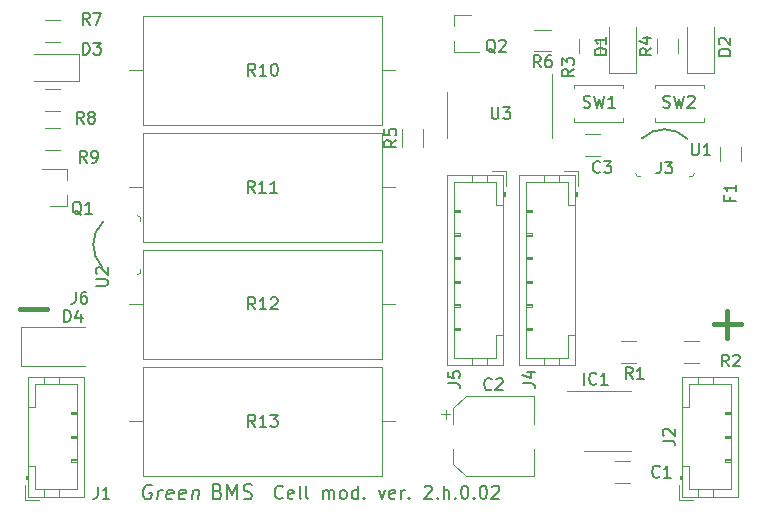
<source format=gbr>
%TF.GenerationSoftware,KiCad,Pcbnew,(5.1.9)-1*%
%TF.CreationDate,2021-03-01T17:33:48+01:00*%
%TF.ProjectId,mod_cell_0_02,6d6f645f-6365-46c6-9c5f-305f30322e6b,0.02*%
%TF.SameCoordinates,Original*%
%TF.FileFunction,Legend,Top*%
%TF.FilePolarity,Positive*%
%FSLAX46Y46*%
G04 Gerber Fmt 4.6, Leading zero omitted, Abs format (unit mm)*
G04 Created by KiCad (PCBNEW (5.1.9)-1) date 2021-03-01 17:33:48*
%MOMM*%
%LPD*%
G01*
G04 APERTURE LIST*
%ADD10C,0.150000*%
%ADD11C,0.400000*%
%ADD12C,0.120000*%
%ADD13C,0.100000*%
G04 APERTURE END LIST*
D10*
X141173509Y-118482537D02*
X141121128Y-118534918D01*
X140963985Y-118587299D01*
X140859223Y-118587299D01*
X140702080Y-118534918D01*
X140597319Y-118430156D01*
X140544938Y-118325394D01*
X140492557Y-118115870D01*
X140492557Y-117958727D01*
X140544938Y-117749203D01*
X140597319Y-117644441D01*
X140702080Y-117539680D01*
X140859223Y-117487299D01*
X140963985Y-117487299D01*
X141121128Y-117539680D01*
X141173509Y-117592060D01*
X142063985Y-118534918D02*
X141959223Y-118587299D01*
X141749700Y-118587299D01*
X141644938Y-118534918D01*
X141592557Y-118430156D01*
X141592557Y-118011108D01*
X141644938Y-117906346D01*
X141749700Y-117853965D01*
X141959223Y-117853965D01*
X142063985Y-117906346D01*
X142116366Y-118011108D01*
X142116366Y-118115870D01*
X141592557Y-118220632D01*
X142744938Y-118587299D02*
X142640176Y-118534918D01*
X142587795Y-118430156D01*
X142587795Y-117487299D01*
X143321128Y-118587299D02*
X143216366Y-118534918D01*
X143163985Y-118430156D01*
X143163985Y-117487299D01*
X144578271Y-118587299D02*
X144578271Y-117853965D01*
X144578271Y-117958727D02*
X144630652Y-117906346D01*
X144735414Y-117853965D01*
X144892557Y-117853965D01*
X144997319Y-117906346D01*
X145049700Y-118011108D01*
X145049700Y-118587299D01*
X145049700Y-118011108D02*
X145102080Y-117906346D01*
X145206842Y-117853965D01*
X145363985Y-117853965D01*
X145468747Y-117906346D01*
X145521128Y-118011108D01*
X145521128Y-118587299D01*
X146202080Y-118587299D02*
X146097319Y-118534918D01*
X146044938Y-118482537D01*
X145992557Y-118377775D01*
X145992557Y-118063489D01*
X146044938Y-117958727D01*
X146097319Y-117906346D01*
X146202080Y-117853965D01*
X146359223Y-117853965D01*
X146463985Y-117906346D01*
X146516366Y-117958727D01*
X146568747Y-118063489D01*
X146568747Y-118377775D01*
X146516366Y-118482537D01*
X146463985Y-118534918D01*
X146359223Y-118587299D01*
X146202080Y-118587299D01*
X147511604Y-118587299D02*
X147511604Y-117487299D01*
X147511604Y-118534918D02*
X147406842Y-118587299D01*
X147197319Y-118587299D01*
X147092557Y-118534918D01*
X147040176Y-118482537D01*
X146987795Y-118377775D01*
X146987795Y-118063489D01*
X147040176Y-117958727D01*
X147092557Y-117906346D01*
X147197319Y-117853965D01*
X147406842Y-117853965D01*
X147511604Y-117906346D01*
X148035414Y-118482537D02*
X148087795Y-118534918D01*
X148035414Y-118587299D01*
X147983033Y-118534918D01*
X148035414Y-118482537D01*
X148035414Y-118587299D01*
X149292557Y-117853965D02*
X149554461Y-118587299D01*
X149816366Y-117853965D01*
X150654461Y-118534918D02*
X150549700Y-118587299D01*
X150340176Y-118587299D01*
X150235414Y-118534918D01*
X150183033Y-118430156D01*
X150183033Y-118011108D01*
X150235414Y-117906346D01*
X150340176Y-117853965D01*
X150549700Y-117853965D01*
X150654461Y-117906346D01*
X150706842Y-118011108D01*
X150706842Y-118115870D01*
X150183033Y-118220632D01*
X151178271Y-118587299D02*
X151178271Y-117853965D01*
X151178271Y-118063489D02*
X151230652Y-117958727D01*
X151283033Y-117906346D01*
X151387795Y-117853965D01*
X151492557Y-117853965D01*
X151859223Y-118482537D02*
X151911604Y-118534918D01*
X151859223Y-118587299D01*
X151806842Y-118534918D01*
X151859223Y-118482537D01*
X151859223Y-118587299D01*
X153168747Y-117592060D02*
X153221128Y-117539680D01*
X153325890Y-117487299D01*
X153587795Y-117487299D01*
X153692557Y-117539680D01*
X153744938Y-117592060D01*
X153797319Y-117696822D01*
X153797319Y-117801584D01*
X153744938Y-117958727D01*
X153116366Y-118587299D01*
X153797319Y-118587299D01*
X154268747Y-118482537D02*
X154321128Y-118534918D01*
X154268747Y-118587299D01*
X154216366Y-118534918D01*
X154268747Y-118482537D01*
X154268747Y-118587299D01*
X154792557Y-118587299D02*
X154792557Y-117487299D01*
X155263985Y-118587299D02*
X155263985Y-118011108D01*
X155211604Y-117906346D01*
X155106842Y-117853965D01*
X154949700Y-117853965D01*
X154844938Y-117906346D01*
X154792557Y-117958727D01*
X155787795Y-118482537D02*
X155840176Y-118534918D01*
X155787795Y-118587299D01*
X155735414Y-118534918D01*
X155787795Y-118482537D01*
X155787795Y-118587299D01*
X156521128Y-117487299D02*
X156625890Y-117487299D01*
X156730652Y-117539680D01*
X156783033Y-117592060D01*
X156835414Y-117696822D01*
X156887795Y-117906346D01*
X156887795Y-118168251D01*
X156835414Y-118377775D01*
X156783033Y-118482537D01*
X156730652Y-118534918D01*
X156625890Y-118587299D01*
X156521128Y-118587299D01*
X156416366Y-118534918D01*
X156363985Y-118482537D01*
X156311604Y-118377775D01*
X156259223Y-118168251D01*
X156259223Y-117906346D01*
X156311604Y-117696822D01*
X156363985Y-117592060D01*
X156416366Y-117539680D01*
X156521128Y-117487299D01*
X157359223Y-118482537D02*
X157411604Y-118534918D01*
X157359223Y-118587299D01*
X157306842Y-118534918D01*
X157359223Y-118482537D01*
X157359223Y-118587299D01*
X158092557Y-117487299D02*
X158197319Y-117487299D01*
X158302080Y-117539680D01*
X158354461Y-117592060D01*
X158406842Y-117696822D01*
X158459223Y-117906346D01*
X158459223Y-118168251D01*
X158406842Y-118377775D01*
X158354461Y-118482537D01*
X158302080Y-118534918D01*
X158197319Y-118587299D01*
X158092557Y-118587299D01*
X157987795Y-118534918D01*
X157935414Y-118482537D01*
X157883033Y-118377775D01*
X157830652Y-118168251D01*
X157830652Y-117906346D01*
X157883033Y-117696822D01*
X157935414Y-117592060D01*
X157987795Y-117539680D01*
X158092557Y-117487299D01*
X158878271Y-117592060D02*
X158930652Y-117539680D01*
X159035414Y-117487299D01*
X159297319Y-117487299D01*
X159402080Y-117539680D01*
X159454461Y-117592060D01*
X159506842Y-117696822D01*
X159506842Y-117801584D01*
X159454461Y-117958727D01*
X158825890Y-118587299D01*
X159506842Y-118587299D01*
X135642581Y-117964834D02*
X135821153Y-118024358D01*
X135880677Y-118083881D01*
X135940200Y-118202929D01*
X135940200Y-118381500D01*
X135880677Y-118500548D01*
X135821153Y-118560072D01*
X135702105Y-118619596D01*
X135225915Y-118619596D01*
X135225915Y-117369596D01*
X135642581Y-117369596D01*
X135761629Y-117429120D01*
X135821153Y-117488643D01*
X135880677Y-117607691D01*
X135880677Y-117726739D01*
X135821153Y-117845786D01*
X135761629Y-117905310D01*
X135642581Y-117964834D01*
X135225915Y-117964834D01*
X136475915Y-118619596D02*
X136475915Y-117369596D01*
X136892581Y-118262453D01*
X137309248Y-117369596D01*
X137309248Y-118619596D01*
X137844962Y-118560072D02*
X138023534Y-118619596D01*
X138321153Y-118619596D01*
X138440200Y-118560072D01*
X138499724Y-118500548D01*
X138559248Y-118381500D01*
X138559248Y-118262453D01*
X138499724Y-118143405D01*
X138440200Y-118083881D01*
X138321153Y-118024358D01*
X138083058Y-117964834D01*
X137964010Y-117905310D01*
X137904486Y-117845786D01*
X137844962Y-117726739D01*
X137844962Y-117607691D01*
X137904486Y-117488643D01*
X137964010Y-117429120D01*
X138083058Y-117369596D01*
X138380677Y-117369596D01*
X138559248Y-117429120D01*
X130100970Y-117441820D02*
X129989363Y-117382296D01*
X129810792Y-117382296D01*
X129624780Y-117441820D01*
X129490851Y-117560867D01*
X129416447Y-117679915D01*
X129327161Y-117918010D01*
X129304840Y-118096581D01*
X129334601Y-118334677D01*
X129379244Y-118453724D01*
X129483411Y-118572772D01*
X129654542Y-118632296D01*
X129773590Y-118632296D01*
X129959601Y-118572772D01*
X130026566Y-118513248D01*
X130078649Y-118096581D01*
X129840554Y-118096581D01*
X130547399Y-118632296D02*
X130651566Y-117798962D01*
X130621804Y-118037058D02*
X130696209Y-117918010D01*
X130763173Y-117858486D01*
X130889661Y-117798962D01*
X131008709Y-117798962D01*
X131804840Y-118572772D02*
X131678351Y-118632296D01*
X131440256Y-118632296D01*
X131328649Y-118572772D01*
X131284006Y-118453724D01*
X131343530Y-117977534D01*
X131417935Y-117858486D01*
X131544423Y-117798962D01*
X131782518Y-117798962D01*
X131894125Y-117858486D01*
X131938768Y-117977534D01*
X131923887Y-118096581D01*
X131313768Y-118215629D01*
X132876268Y-118572772D02*
X132749780Y-118632296D01*
X132511685Y-118632296D01*
X132400078Y-118572772D01*
X132355435Y-118453724D01*
X132414959Y-117977534D01*
X132489363Y-117858486D01*
X132615851Y-117798962D01*
X132853947Y-117798962D01*
X132965554Y-117858486D01*
X133010197Y-117977534D01*
X132995316Y-118096581D01*
X132385197Y-118215629D01*
X133568232Y-117798962D02*
X133464066Y-118632296D01*
X133553351Y-117918010D02*
X133620316Y-117858486D01*
X133746804Y-117798962D01*
X133925375Y-117798962D01*
X134036982Y-117858486D01*
X134081625Y-117977534D01*
X133999780Y-118632296D01*
D11*
X118958502Y-102535645D02*
X121244217Y-102535645D01*
X177662982Y-103815805D02*
X179948697Y-103815805D01*
X178805840Y-104958662D02*
X178805840Y-102672948D01*
D12*
%TO.C,R12*%
X128186000Y-102100380D02*
X129326000Y-102100380D01*
X150706000Y-102100380D02*
X149566000Y-102100380D01*
X129326000Y-106720380D02*
X149566000Y-106720380D01*
X129326000Y-97480380D02*
X129326000Y-106720380D01*
X149566000Y-97480380D02*
X129326000Y-97480380D01*
X149566000Y-106720380D02*
X149566000Y-97480380D01*
%TO.C,R6*%
X163897064Y-78860000D02*
X162442936Y-78860000D01*
X163897064Y-80680000D02*
X162442936Y-80680000D01*
%TO.C,R5*%
X153040000Y-88767064D02*
X153040000Y-87312936D01*
X151220000Y-88767064D02*
X151220000Y-87312936D01*
%TO.C,Q2*%
X155660000Y-77630000D02*
X157120000Y-77630000D01*
X155660000Y-80790000D02*
X157820000Y-80790000D01*
X155660000Y-80790000D02*
X155660000Y-79860000D01*
X155660000Y-77630000D02*
X155660000Y-78560000D01*
%TO.C,Q1*%
X122934000Y-93782000D02*
X121474000Y-93782000D01*
X122934000Y-90622000D02*
X120774000Y-90622000D01*
X122934000Y-90622000D02*
X122934000Y-91552000D01*
X122934000Y-93782000D02*
X122934000Y-92852000D01*
%TO.C,C2*%
X154960250Y-111042750D02*
X154960250Y-111830250D01*
X154566500Y-111436500D02*
X155354000Y-111436500D01*
X155594000Y-115629563D02*
X156658437Y-116694000D01*
X155594000Y-110938437D02*
X156658437Y-109874000D01*
X155594000Y-110938437D02*
X155594000Y-112224000D01*
X155594000Y-115629563D02*
X155594000Y-114344000D01*
X156658437Y-116694000D02*
X162414000Y-116694000D01*
X156658437Y-109874000D02*
X162414000Y-109874000D01*
X162414000Y-109874000D02*
X162414000Y-112224000D01*
X162414000Y-116694000D02*
X162414000Y-114344000D01*
%TO.C,J5*%
X160098000Y-90858000D02*
X158848000Y-90858000D01*
X160098000Y-92108000D02*
X160098000Y-90858000D01*
X155688000Y-104218000D02*
X156188000Y-104218000D01*
X156188000Y-104318000D02*
X155688000Y-104318000D01*
X156188000Y-104118000D02*
X156188000Y-104318000D01*
X155688000Y-104118000D02*
X156188000Y-104118000D01*
X155688000Y-102218000D02*
X156188000Y-102218000D01*
X156188000Y-102318000D02*
X155688000Y-102318000D01*
X156188000Y-102118000D02*
X156188000Y-102318000D01*
X155688000Y-102118000D02*
X156188000Y-102118000D01*
X155688000Y-100218000D02*
X156188000Y-100218000D01*
X156188000Y-100318000D02*
X155688000Y-100318000D01*
X156188000Y-100118000D02*
X156188000Y-100318000D01*
X155688000Y-100118000D02*
X156188000Y-100118000D01*
X155688000Y-98218000D02*
X156188000Y-98218000D01*
X156188000Y-98318000D02*
X155688000Y-98318000D01*
X156188000Y-98118000D02*
X156188000Y-98318000D01*
X155688000Y-98118000D02*
X156188000Y-98118000D01*
X155688000Y-96218000D02*
X156188000Y-96218000D01*
X156188000Y-96318000D02*
X155688000Y-96318000D01*
X156188000Y-96118000D02*
X156188000Y-96318000D01*
X155688000Y-96118000D02*
X156188000Y-96118000D01*
X155688000Y-94218000D02*
X156188000Y-94218000D01*
X156188000Y-94318000D02*
X155688000Y-94318000D01*
X156188000Y-94118000D02*
X156188000Y-94318000D01*
X155688000Y-94118000D02*
X156188000Y-94118000D01*
X157188000Y-107278000D02*
X157188000Y-106668000D01*
X158488000Y-107278000D02*
X158488000Y-106668000D01*
X157188000Y-91158000D02*
X157188000Y-91768000D01*
X158488000Y-91158000D02*
X158488000Y-91768000D01*
X159188000Y-104718000D02*
X159798000Y-104718000D01*
X159188000Y-106668000D02*
X159188000Y-104718000D01*
X155688000Y-106668000D02*
X159188000Y-106668000D01*
X155688000Y-91768000D02*
X155688000Y-106668000D01*
X159188000Y-91768000D02*
X155688000Y-91768000D01*
X159188000Y-93718000D02*
X159188000Y-91768000D01*
X159798000Y-93718000D02*
X159188000Y-93718000D01*
X159898000Y-92918000D02*
X159898000Y-92618000D01*
X159998000Y-92618000D02*
X159798000Y-92618000D01*
X159998000Y-92918000D02*
X159998000Y-92618000D01*
X159798000Y-92918000D02*
X159998000Y-92918000D01*
X159798000Y-107278000D02*
X159798000Y-91158000D01*
X155078000Y-107278000D02*
X159798000Y-107278000D01*
X155078000Y-91158000D02*
X155078000Y-107278000D01*
X159798000Y-91158000D02*
X155078000Y-91158000D01*
%TO.C,J2*%
X174974000Y-118392000D02*
X179694000Y-118392000D01*
X179694000Y-118392000D02*
X179694000Y-108272000D01*
X179694000Y-108272000D02*
X174974000Y-108272000D01*
X174974000Y-108272000D02*
X174974000Y-118392000D01*
X174974000Y-116632000D02*
X174774000Y-116632000D01*
X174774000Y-116632000D02*
X174774000Y-116932000D01*
X174774000Y-116932000D02*
X174974000Y-116932000D01*
X174874000Y-116632000D02*
X174874000Y-116932000D01*
X174974000Y-115832000D02*
X175584000Y-115832000D01*
X175584000Y-115832000D02*
X175584000Y-117782000D01*
X175584000Y-117782000D02*
X179084000Y-117782000D01*
X179084000Y-117782000D02*
X179084000Y-108882000D01*
X179084000Y-108882000D02*
X175584000Y-108882000D01*
X175584000Y-108882000D02*
X175584000Y-110832000D01*
X175584000Y-110832000D02*
X174974000Y-110832000D01*
X176284000Y-118392000D02*
X176284000Y-117782000D01*
X177584000Y-118392000D02*
X177584000Y-117782000D01*
X176284000Y-108272000D02*
X176284000Y-108882000D01*
X177584000Y-108272000D02*
X177584000Y-108882000D01*
X179084000Y-115432000D02*
X178584000Y-115432000D01*
X178584000Y-115432000D02*
X178584000Y-115232000D01*
X178584000Y-115232000D02*
X179084000Y-115232000D01*
X179084000Y-115332000D02*
X178584000Y-115332000D01*
X179084000Y-113432000D02*
X178584000Y-113432000D01*
X178584000Y-113432000D02*
X178584000Y-113232000D01*
X178584000Y-113232000D02*
X179084000Y-113232000D01*
X179084000Y-113332000D02*
X178584000Y-113332000D01*
X179084000Y-111432000D02*
X178584000Y-111432000D01*
X178584000Y-111432000D02*
X178584000Y-111232000D01*
X178584000Y-111232000D02*
X179084000Y-111232000D01*
X179084000Y-111332000D02*
X178584000Y-111332000D01*
X174674000Y-117442000D02*
X174674000Y-118692000D01*
X174674000Y-118692000D02*
X175924000Y-118692000D01*
%TO.C,J1*%
X119602000Y-118392000D02*
X124322000Y-118392000D01*
X124322000Y-118392000D02*
X124322000Y-108272000D01*
X124322000Y-108272000D02*
X119602000Y-108272000D01*
X119602000Y-108272000D02*
X119602000Y-118392000D01*
X119602000Y-116632000D02*
X119402000Y-116632000D01*
X119402000Y-116632000D02*
X119402000Y-116932000D01*
X119402000Y-116932000D02*
X119602000Y-116932000D01*
X119502000Y-116632000D02*
X119502000Y-116932000D01*
X119602000Y-115832000D02*
X120212000Y-115832000D01*
X120212000Y-115832000D02*
X120212000Y-117782000D01*
X120212000Y-117782000D02*
X123712000Y-117782000D01*
X123712000Y-117782000D02*
X123712000Y-108882000D01*
X123712000Y-108882000D02*
X120212000Y-108882000D01*
X120212000Y-108882000D02*
X120212000Y-110832000D01*
X120212000Y-110832000D02*
X119602000Y-110832000D01*
X120912000Y-118392000D02*
X120912000Y-117782000D01*
X122212000Y-118392000D02*
X122212000Y-117782000D01*
X120912000Y-108272000D02*
X120912000Y-108882000D01*
X122212000Y-108272000D02*
X122212000Y-108882000D01*
X123712000Y-115432000D02*
X123212000Y-115432000D01*
X123212000Y-115432000D02*
X123212000Y-115232000D01*
X123212000Y-115232000D02*
X123712000Y-115232000D01*
X123712000Y-115332000D02*
X123212000Y-115332000D01*
X123712000Y-113432000D02*
X123212000Y-113432000D01*
X123212000Y-113432000D02*
X123212000Y-113232000D01*
X123212000Y-113232000D02*
X123712000Y-113232000D01*
X123712000Y-113332000D02*
X123212000Y-113332000D01*
X123712000Y-111432000D02*
X123212000Y-111432000D01*
X123212000Y-111432000D02*
X123212000Y-111232000D01*
X123212000Y-111232000D02*
X123712000Y-111232000D01*
X123712000Y-111332000D02*
X123212000Y-111332000D01*
X119302000Y-117442000D02*
X119302000Y-118692000D01*
X119302000Y-118692000D02*
X120552000Y-118692000D01*
%TO.C,C1*%
X169323936Y-117242000D02*
X170528064Y-117242000D01*
X169323936Y-115422000D02*
X170528064Y-115422000D01*
%TO.C,C3*%
X166783936Y-87736000D02*
X167988064Y-87736000D01*
X166783936Y-89556000D02*
X167988064Y-89556000D01*
%TO.C,D1*%
X171061000Y-82549000D02*
X171061000Y-78664000D01*
X168791000Y-82549000D02*
X171061000Y-82549000D01*
X168791000Y-78664000D02*
X168791000Y-82549000D01*
%TO.C,D2*%
X175395000Y-78664000D02*
X175395000Y-82549000D01*
X175395000Y-82549000D02*
X177665000Y-82549000D01*
X177665000Y-82549000D02*
X177665000Y-78664000D01*
%TO.C,D3*%
X123951000Y-80907000D02*
X120066000Y-80907000D01*
X123951000Y-83177000D02*
X123951000Y-80907000D01*
X120066000Y-83177000D02*
X123951000Y-83177000D01*
%TO.C,D4*%
X119028000Y-104014000D02*
X124428000Y-104014000D01*
X119028000Y-107314000D02*
X124428000Y-107314000D01*
X119028000Y-104014000D02*
X119028000Y-107314000D01*
%TO.C,F1*%
X179980000Y-90010064D02*
X179980000Y-88805936D01*
X178160000Y-90010064D02*
X178160000Y-88805936D01*
%TO.C,IC1*%
X168656000Y-109454000D02*
X165206000Y-109454000D01*
X168656000Y-109454000D02*
X170606000Y-109454000D01*
X168656000Y-114574000D02*
X166706000Y-114574000D01*
X168656000Y-114574000D02*
X170606000Y-114574000D01*
%TO.C,J4*%
X165894000Y-91158000D02*
X161174000Y-91158000D01*
X161174000Y-91158000D02*
X161174000Y-107278000D01*
X161174000Y-107278000D02*
X165894000Y-107278000D01*
X165894000Y-107278000D02*
X165894000Y-91158000D01*
X165894000Y-92918000D02*
X166094000Y-92918000D01*
X166094000Y-92918000D02*
X166094000Y-92618000D01*
X166094000Y-92618000D02*
X165894000Y-92618000D01*
X165994000Y-92918000D02*
X165994000Y-92618000D01*
X165894000Y-93718000D02*
X165284000Y-93718000D01*
X165284000Y-93718000D02*
X165284000Y-91768000D01*
X165284000Y-91768000D02*
X161784000Y-91768000D01*
X161784000Y-91768000D02*
X161784000Y-106668000D01*
X161784000Y-106668000D02*
X165284000Y-106668000D01*
X165284000Y-106668000D02*
X165284000Y-104718000D01*
X165284000Y-104718000D02*
X165894000Y-104718000D01*
X164584000Y-91158000D02*
X164584000Y-91768000D01*
X163284000Y-91158000D02*
X163284000Y-91768000D01*
X164584000Y-107278000D02*
X164584000Y-106668000D01*
X163284000Y-107278000D02*
X163284000Y-106668000D01*
X161784000Y-94118000D02*
X162284000Y-94118000D01*
X162284000Y-94118000D02*
X162284000Y-94318000D01*
X162284000Y-94318000D02*
X161784000Y-94318000D01*
X161784000Y-94218000D02*
X162284000Y-94218000D01*
X161784000Y-96118000D02*
X162284000Y-96118000D01*
X162284000Y-96118000D02*
X162284000Y-96318000D01*
X162284000Y-96318000D02*
X161784000Y-96318000D01*
X161784000Y-96218000D02*
X162284000Y-96218000D01*
X161784000Y-98118000D02*
X162284000Y-98118000D01*
X162284000Y-98118000D02*
X162284000Y-98318000D01*
X162284000Y-98318000D02*
X161784000Y-98318000D01*
X161784000Y-98218000D02*
X162284000Y-98218000D01*
X161784000Y-100118000D02*
X162284000Y-100118000D01*
X162284000Y-100118000D02*
X162284000Y-100318000D01*
X162284000Y-100318000D02*
X161784000Y-100318000D01*
X161784000Y-100218000D02*
X162284000Y-100218000D01*
X161784000Y-102118000D02*
X162284000Y-102118000D01*
X162284000Y-102118000D02*
X162284000Y-102318000D01*
X162284000Y-102318000D02*
X161784000Y-102318000D01*
X161784000Y-102218000D02*
X162284000Y-102218000D01*
X161784000Y-104118000D02*
X162284000Y-104118000D01*
X162284000Y-104118000D02*
X162284000Y-104318000D01*
X162284000Y-104318000D02*
X161784000Y-104318000D01*
X161784000Y-104218000D02*
X162284000Y-104218000D01*
X166194000Y-92108000D02*
X166194000Y-90858000D01*
X166194000Y-90858000D02*
X164944000Y-90858000D01*
%TO.C,R1*%
X171036064Y-107082000D02*
X169831936Y-107082000D01*
X171036064Y-105262000D02*
X169831936Y-105262000D01*
%TO.C,R2*%
X175165936Y-107082000D02*
X176370064Y-107082000D01*
X175165936Y-105262000D02*
X176370064Y-105262000D01*
%TO.C,R3*%
X168042000Y-80866064D02*
X168042000Y-79661936D01*
X166222000Y-80866064D02*
X166222000Y-79661936D01*
%TO.C,R4*%
X172826000Y-80866064D02*
X172826000Y-79661936D01*
X174646000Y-80866064D02*
X174646000Y-79661936D01*
%TO.C,R7*%
X122268064Y-78084000D02*
X121063936Y-78084000D01*
X122268064Y-79904000D02*
X121063936Y-79904000D01*
%TO.C,R8*%
X121063936Y-85746000D02*
X122268064Y-85746000D01*
X121063936Y-83926000D02*
X122268064Y-83926000D01*
%TO.C,R9*%
X122268064Y-89048000D02*
X121063936Y-89048000D01*
X122268064Y-87228000D02*
X121063936Y-87228000D01*
%TO.C,R10*%
X149566000Y-86916000D02*
X149566000Y-77676000D01*
X149566000Y-77676000D02*
X129326000Y-77676000D01*
X129326000Y-77676000D02*
X129326000Y-86916000D01*
X129326000Y-86916000D02*
X149566000Y-86916000D01*
X150706000Y-82296000D02*
X149566000Y-82296000D01*
X128186000Y-82296000D02*
X129326000Y-82296000D01*
%TO.C,R11*%
X128186000Y-92202000D02*
X129326000Y-92202000D01*
X150706000Y-92202000D02*
X149566000Y-92202000D01*
X129326000Y-96822000D02*
X149566000Y-96822000D01*
X129326000Y-87582000D02*
X129326000Y-96822000D01*
X149566000Y-87582000D02*
X129326000Y-87582000D01*
X149566000Y-96822000D02*
X149566000Y-87582000D01*
%TO.C,R13*%
X149566000Y-116634000D02*
X149566000Y-107394000D01*
X149566000Y-107394000D02*
X129326000Y-107394000D01*
X129326000Y-107394000D02*
X129326000Y-116634000D01*
X129326000Y-116634000D02*
X149566000Y-116634000D01*
X150706000Y-112014000D02*
X149566000Y-112014000D01*
X128186000Y-112014000D02*
X129326000Y-112014000D01*
%TO.C,SW1*%
X169964000Y-86660000D02*
X165824000Y-86660000D01*
X165824000Y-83820000D02*
X165824000Y-83520000D01*
X165824000Y-83520000D02*
X169964000Y-83520000D01*
X169964000Y-86360000D02*
X169964000Y-86660000D01*
X169964000Y-83520000D02*
X169964000Y-83820000D01*
X165824000Y-86660000D02*
X165824000Y-86360000D01*
%TO.C,SW2*%
X176822000Y-83520000D02*
X176822000Y-83820000D01*
X172682000Y-86660000D02*
X172682000Y-86360000D01*
X172682000Y-83820000D02*
X172682000Y-83520000D01*
X176822000Y-86660000D02*
X172682000Y-86660000D01*
X176822000Y-86360000D02*
X176822000Y-86660000D01*
X172682000Y-83520000D02*
X176822000Y-83520000D01*
D13*
%TO.C,U1*%
X171132000Y-91262000D02*
X170982000Y-90962000D01*
X171432000Y-91262000D02*
X171132000Y-91262000D01*
X175832000Y-91262000D02*
X175532000Y-91262000D01*
X175832000Y-91262000D02*
X175982000Y-90962000D01*
D10*
X175432000Y-88112000D02*
G75*
G03*
X171582000Y-88062000I-1950000J-1900000D01*
G01*
D13*
%TO.C,U2*%
X129090220Y-94726260D02*
X128790220Y-94576260D01*
X129090220Y-94726260D02*
X129090220Y-95026260D01*
X129090220Y-99126260D02*
X129090220Y-99426260D01*
X129090220Y-99426260D02*
X128790220Y-99576260D01*
D10*
X125940220Y-95126260D02*
G75*
G03*
X125890220Y-98976260I1900000J-1950000D01*
G01*
D12*
%TO.C,U3*%
X163947000Y-86106000D02*
X163947000Y-82656000D01*
X163947000Y-86106000D02*
X163947000Y-88056000D01*
X155077000Y-86106000D02*
X155077000Y-84156000D01*
X155077000Y-86106000D02*
X155077000Y-88056000D01*
%TO.C,R12*%
D10*
X138828542Y-102537520D02*
X138495209Y-102061330D01*
X138257114Y-102537520D02*
X138257114Y-101537520D01*
X138638066Y-101537520D01*
X138733304Y-101585140D01*
X138780923Y-101632759D01*
X138828542Y-101727997D01*
X138828542Y-101870854D01*
X138780923Y-101966092D01*
X138733304Y-102013711D01*
X138638066Y-102061330D01*
X138257114Y-102061330D01*
X139780923Y-102537520D02*
X139209495Y-102537520D01*
X139495209Y-102537520D02*
X139495209Y-101537520D01*
X139399971Y-101680378D01*
X139304733Y-101775616D01*
X139209495Y-101823235D01*
X140161876Y-101632759D02*
X140209495Y-101585140D01*
X140304733Y-101537520D01*
X140542828Y-101537520D01*
X140638066Y-101585140D01*
X140685685Y-101632759D01*
X140733304Y-101727997D01*
X140733304Y-101823235D01*
X140685685Y-101966092D01*
X140114257Y-102537520D01*
X140733304Y-102537520D01*
%TO.C,R6*%
X163003333Y-82042380D02*
X162670000Y-81566190D01*
X162431904Y-82042380D02*
X162431904Y-81042380D01*
X162812857Y-81042380D01*
X162908095Y-81090000D01*
X162955714Y-81137619D01*
X163003333Y-81232857D01*
X163003333Y-81375714D01*
X162955714Y-81470952D01*
X162908095Y-81518571D01*
X162812857Y-81566190D01*
X162431904Y-81566190D01*
X163860476Y-81042380D02*
X163670000Y-81042380D01*
X163574761Y-81090000D01*
X163527142Y-81137619D01*
X163431904Y-81280476D01*
X163384285Y-81470952D01*
X163384285Y-81851904D01*
X163431904Y-81947142D01*
X163479523Y-81994761D01*
X163574761Y-82042380D01*
X163765238Y-82042380D01*
X163860476Y-81994761D01*
X163908095Y-81947142D01*
X163955714Y-81851904D01*
X163955714Y-81613809D01*
X163908095Y-81518571D01*
X163860476Y-81470952D01*
X163765238Y-81423333D01*
X163574761Y-81423333D01*
X163479523Y-81470952D01*
X163431904Y-81518571D01*
X163384285Y-81613809D01*
%TO.C,R5*%
X150762380Y-88206666D02*
X150286190Y-88540000D01*
X150762380Y-88778095D02*
X149762380Y-88778095D01*
X149762380Y-88397142D01*
X149810000Y-88301904D01*
X149857619Y-88254285D01*
X149952857Y-88206666D01*
X150095714Y-88206666D01*
X150190952Y-88254285D01*
X150238571Y-88301904D01*
X150286190Y-88397142D01*
X150286190Y-88778095D01*
X149762380Y-87301904D02*
X149762380Y-87778095D01*
X150238571Y-87825714D01*
X150190952Y-87778095D01*
X150143333Y-87682857D01*
X150143333Y-87444761D01*
X150190952Y-87349523D01*
X150238571Y-87301904D01*
X150333809Y-87254285D01*
X150571904Y-87254285D01*
X150667142Y-87301904D01*
X150714761Y-87349523D01*
X150762380Y-87444761D01*
X150762380Y-87682857D01*
X150714761Y-87778095D01*
X150667142Y-87825714D01*
%TO.C,Q2*%
X159162761Y-80811619D02*
X159067523Y-80764000D01*
X158972285Y-80668761D01*
X158829428Y-80525904D01*
X158734190Y-80478285D01*
X158638952Y-80478285D01*
X158686571Y-80716380D02*
X158591333Y-80668761D01*
X158496095Y-80573523D01*
X158448476Y-80383047D01*
X158448476Y-80049714D01*
X158496095Y-79859238D01*
X158591333Y-79764000D01*
X158686571Y-79716380D01*
X158877047Y-79716380D01*
X158972285Y-79764000D01*
X159067523Y-79859238D01*
X159115142Y-80049714D01*
X159115142Y-80383047D01*
X159067523Y-80573523D01*
X158972285Y-80668761D01*
X158877047Y-80716380D01*
X158686571Y-80716380D01*
X159496095Y-79811619D02*
X159543714Y-79764000D01*
X159638952Y-79716380D01*
X159877047Y-79716380D01*
X159972285Y-79764000D01*
X160019904Y-79811619D01*
X160067523Y-79906857D01*
X160067523Y-80002095D01*
X160019904Y-80144952D01*
X159448476Y-80716380D01*
X160067523Y-80716380D01*
%TO.C,Q1*%
X124110761Y-94527619D02*
X124015523Y-94480000D01*
X123920285Y-94384761D01*
X123777428Y-94241904D01*
X123682190Y-94194285D01*
X123586952Y-94194285D01*
X123634571Y-94432380D02*
X123539333Y-94384761D01*
X123444095Y-94289523D01*
X123396476Y-94099047D01*
X123396476Y-93765714D01*
X123444095Y-93575238D01*
X123539333Y-93480000D01*
X123634571Y-93432380D01*
X123825047Y-93432380D01*
X123920285Y-93480000D01*
X124015523Y-93575238D01*
X124063142Y-93765714D01*
X124063142Y-94099047D01*
X124015523Y-94289523D01*
X123920285Y-94384761D01*
X123825047Y-94432380D01*
X123634571Y-94432380D01*
X125015523Y-94432380D02*
X124444095Y-94432380D01*
X124729809Y-94432380D02*
X124729809Y-93432380D01*
X124634571Y-93575238D01*
X124539333Y-93670476D01*
X124444095Y-93718095D01*
%TO.C,J3*%
X173148666Y-90032380D02*
X173148666Y-90746666D01*
X173101047Y-90889523D01*
X173005809Y-90984761D01*
X172862952Y-91032380D01*
X172767714Y-91032380D01*
X173529619Y-90032380D02*
X174148666Y-90032380D01*
X173815333Y-90413333D01*
X173958190Y-90413333D01*
X174053428Y-90460952D01*
X174101047Y-90508571D01*
X174148666Y-90603809D01*
X174148666Y-90841904D01*
X174101047Y-90937142D01*
X174053428Y-90984761D01*
X173958190Y-91032380D01*
X173672476Y-91032380D01*
X173577238Y-90984761D01*
X173529619Y-90937142D01*
%TO.C,J6*%
X123618666Y-101052380D02*
X123618666Y-101766666D01*
X123571047Y-101909523D01*
X123475809Y-102004761D01*
X123332952Y-102052380D01*
X123237714Y-102052380D01*
X124523428Y-101052380D02*
X124332952Y-101052380D01*
X124237714Y-101100000D01*
X124190095Y-101147619D01*
X124094857Y-101290476D01*
X124047238Y-101480952D01*
X124047238Y-101861904D01*
X124094857Y-101957142D01*
X124142476Y-102004761D01*
X124237714Y-102052380D01*
X124428190Y-102052380D01*
X124523428Y-102004761D01*
X124571047Y-101957142D01*
X124618666Y-101861904D01*
X124618666Y-101623809D01*
X124571047Y-101528571D01*
X124523428Y-101480952D01*
X124428190Y-101433333D01*
X124237714Y-101433333D01*
X124142476Y-101480952D01*
X124094857Y-101528571D01*
X124047238Y-101623809D01*
%TO.C,C2*%
X158837333Y-109291142D02*
X158789714Y-109338761D01*
X158646857Y-109386380D01*
X158551619Y-109386380D01*
X158408761Y-109338761D01*
X158313523Y-109243523D01*
X158265904Y-109148285D01*
X158218285Y-108957809D01*
X158218285Y-108814952D01*
X158265904Y-108624476D01*
X158313523Y-108529238D01*
X158408761Y-108434000D01*
X158551619Y-108386380D01*
X158646857Y-108386380D01*
X158789714Y-108434000D01*
X158837333Y-108481619D01*
X159218285Y-108481619D02*
X159265904Y-108434000D01*
X159361142Y-108386380D01*
X159599238Y-108386380D01*
X159694476Y-108434000D01*
X159742095Y-108481619D01*
X159789714Y-108576857D01*
X159789714Y-108672095D01*
X159742095Y-108814952D01*
X159170666Y-109386380D01*
X159789714Y-109386380D01*
%TO.C,J5*%
X155154380Y-108791333D02*
X155868666Y-108791333D01*
X156011523Y-108838952D01*
X156106761Y-108934190D01*
X156154380Y-109077047D01*
X156154380Y-109172285D01*
X155154380Y-107838952D02*
X155154380Y-108315142D01*
X155630571Y-108362761D01*
X155582952Y-108315142D01*
X155535333Y-108219904D01*
X155535333Y-107981809D01*
X155582952Y-107886571D01*
X155630571Y-107838952D01*
X155725809Y-107791333D01*
X155963904Y-107791333D01*
X156059142Y-107838952D01*
X156106761Y-107886571D01*
X156154380Y-107981809D01*
X156154380Y-108219904D01*
X156106761Y-108315142D01*
X156059142Y-108362761D01*
%TO.C,J2*%
X173336380Y-113665333D02*
X174050666Y-113665333D01*
X174193523Y-113712952D01*
X174288761Y-113808190D01*
X174336380Y-113951047D01*
X174336380Y-114046285D01*
X173431619Y-113236761D02*
X173384000Y-113189142D01*
X173336380Y-113093904D01*
X173336380Y-112855809D01*
X173384000Y-112760571D01*
X173431619Y-112712952D01*
X173526857Y-112665333D01*
X173622095Y-112665333D01*
X173764952Y-112712952D01*
X174336380Y-113284380D01*
X174336380Y-112665333D01*
%TO.C,J1*%
X125493186Y-117590320D02*
X125493186Y-118304606D01*
X125445567Y-118447463D01*
X125350329Y-118542701D01*
X125207472Y-118590320D01*
X125112234Y-118590320D01*
X126493186Y-118590320D02*
X125921758Y-118590320D01*
X126207472Y-118590320D02*
X126207472Y-117590320D01*
X126112234Y-117733178D01*
X126016996Y-117828416D01*
X125921758Y-117876035D01*
%TO.C,C1*%
X173061333Y-116689142D02*
X173013714Y-116736761D01*
X172870857Y-116784380D01*
X172775619Y-116784380D01*
X172632761Y-116736761D01*
X172537523Y-116641523D01*
X172489904Y-116546285D01*
X172442285Y-116355809D01*
X172442285Y-116212952D01*
X172489904Y-116022476D01*
X172537523Y-115927238D01*
X172632761Y-115832000D01*
X172775619Y-115784380D01*
X172870857Y-115784380D01*
X173013714Y-115832000D01*
X173061333Y-115879619D01*
X174013714Y-116784380D02*
X173442285Y-116784380D01*
X173728000Y-116784380D02*
X173728000Y-115784380D01*
X173632761Y-115927238D01*
X173537523Y-116022476D01*
X173442285Y-116070095D01*
%TO.C,C3*%
X168037213Y-90890362D02*
X167989594Y-90937981D01*
X167846737Y-90985600D01*
X167751499Y-90985600D01*
X167608641Y-90937981D01*
X167513403Y-90842743D01*
X167465784Y-90747505D01*
X167418165Y-90557029D01*
X167418165Y-90414172D01*
X167465784Y-90223696D01*
X167513403Y-90128458D01*
X167608641Y-90033220D01*
X167751499Y-89985600D01*
X167846737Y-89985600D01*
X167989594Y-90033220D01*
X168037213Y-90080839D01*
X168370546Y-89985600D02*
X168989594Y-89985600D01*
X168656260Y-90366553D01*
X168799118Y-90366553D01*
X168894356Y-90414172D01*
X168941975Y-90461791D01*
X168989594Y-90557029D01*
X168989594Y-90795124D01*
X168941975Y-90890362D01*
X168894356Y-90937981D01*
X168799118Y-90985600D01*
X168513403Y-90985600D01*
X168418165Y-90937981D01*
X168370546Y-90890362D01*
%TO.C,D1*%
X168558380Y-81002095D02*
X167558380Y-81002095D01*
X167558380Y-80764000D01*
X167606000Y-80621142D01*
X167701238Y-80525904D01*
X167796476Y-80478285D01*
X167986952Y-80430666D01*
X168129809Y-80430666D01*
X168320285Y-80478285D01*
X168415523Y-80525904D01*
X168510761Y-80621142D01*
X168558380Y-80764000D01*
X168558380Y-81002095D01*
X168558380Y-79478285D02*
X168558380Y-80049714D01*
X168558380Y-79764000D02*
X167558380Y-79764000D01*
X167701238Y-79859238D01*
X167796476Y-79954476D01*
X167844095Y-80049714D01*
%TO.C,D2*%
X179057560Y-81055435D02*
X178057560Y-81055435D01*
X178057560Y-80817340D01*
X178105180Y-80674482D01*
X178200418Y-80579244D01*
X178295656Y-80531625D01*
X178486132Y-80484006D01*
X178628989Y-80484006D01*
X178819465Y-80531625D01*
X178914703Y-80579244D01*
X179009941Y-80674482D01*
X179057560Y-80817340D01*
X179057560Y-81055435D01*
X178152799Y-80103054D02*
X178105180Y-80055435D01*
X178057560Y-79960197D01*
X178057560Y-79722101D01*
X178105180Y-79626863D01*
X178152799Y-79579244D01*
X178248037Y-79531625D01*
X178343275Y-79531625D01*
X178486132Y-79579244D01*
X179057560Y-80150673D01*
X179057560Y-79531625D01*
%TO.C,D3*%
X124229904Y-80970380D02*
X124229904Y-79970380D01*
X124468000Y-79970380D01*
X124610857Y-80018000D01*
X124706095Y-80113238D01*
X124753714Y-80208476D01*
X124801333Y-80398952D01*
X124801333Y-80541809D01*
X124753714Y-80732285D01*
X124706095Y-80827523D01*
X124610857Y-80922761D01*
X124468000Y-80970380D01*
X124229904Y-80970380D01*
X125134666Y-79970380D02*
X125753714Y-79970380D01*
X125420380Y-80351333D01*
X125563238Y-80351333D01*
X125658476Y-80398952D01*
X125706095Y-80446571D01*
X125753714Y-80541809D01*
X125753714Y-80779904D01*
X125706095Y-80875142D01*
X125658476Y-80922761D01*
X125563238Y-80970380D01*
X125277523Y-80970380D01*
X125182285Y-80922761D01*
X125134666Y-80875142D01*
%TO.C,D4*%
X122652564Y-103614480D02*
X122652564Y-102614480D01*
X122890660Y-102614480D01*
X123033517Y-102662100D01*
X123128755Y-102757338D01*
X123176374Y-102852576D01*
X123223993Y-103043052D01*
X123223993Y-103185909D01*
X123176374Y-103376385D01*
X123128755Y-103471623D01*
X123033517Y-103566861D01*
X122890660Y-103614480D01*
X122652564Y-103614480D01*
X124081136Y-102947814D02*
X124081136Y-103614480D01*
X123843040Y-102566861D02*
X123604945Y-103281147D01*
X124223993Y-103281147D01*
%TO.C,F1*%
X178998571Y-93043333D02*
X178998571Y-93376666D01*
X179522380Y-93376666D02*
X178522380Y-93376666D01*
X178522380Y-92900476D01*
X179522380Y-91995714D02*
X179522380Y-92567142D01*
X179522380Y-92281428D02*
X178522380Y-92281428D01*
X178665238Y-92376666D01*
X178760476Y-92471904D01*
X178808095Y-92567142D01*
%TO.C,IC1*%
X166663809Y-108910380D02*
X166663809Y-107910380D01*
X167711428Y-108815142D02*
X167663809Y-108862761D01*
X167520952Y-108910380D01*
X167425714Y-108910380D01*
X167282857Y-108862761D01*
X167187619Y-108767523D01*
X167140000Y-108672285D01*
X167092380Y-108481809D01*
X167092380Y-108338952D01*
X167140000Y-108148476D01*
X167187619Y-108053238D01*
X167282857Y-107958000D01*
X167425714Y-107910380D01*
X167520952Y-107910380D01*
X167663809Y-107958000D01*
X167711428Y-108005619D01*
X168663809Y-108910380D02*
X168092380Y-108910380D01*
X168378095Y-108910380D02*
X168378095Y-107910380D01*
X168282857Y-108053238D01*
X168187619Y-108148476D01*
X168092380Y-108196095D01*
%TO.C,J4*%
X161504380Y-108791333D02*
X162218666Y-108791333D01*
X162361523Y-108838952D01*
X162456761Y-108934190D01*
X162504380Y-109077047D01*
X162504380Y-109172285D01*
X161837714Y-107886571D02*
X162504380Y-107886571D01*
X161456761Y-108124666D02*
X162171047Y-108362761D01*
X162171047Y-107743714D01*
%TO.C,R1*%
X170775333Y-108444380D02*
X170442000Y-107968190D01*
X170203904Y-108444380D02*
X170203904Y-107444380D01*
X170584857Y-107444380D01*
X170680095Y-107492000D01*
X170727714Y-107539619D01*
X170775333Y-107634857D01*
X170775333Y-107777714D01*
X170727714Y-107872952D01*
X170680095Y-107920571D01*
X170584857Y-107968190D01*
X170203904Y-107968190D01*
X171727714Y-108444380D02*
X171156285Y-108444380D01*
X171442000Y-108444380D02*
X171442000Y-107444380D01*
X171346761Y-107587238D01*
X171251523Y-107682476D01*
X171156285Y-107730095D01*
%TO.C,R2*%
X178921113Y-107383840D02*
X178587780Y-106907650D01*
X178349684Y-107383840D02*
X178349684Y-106383840D01*
X178730637Y-106383840D01*
X178825875Y-106431460D01*
X178873494Y-106479079D01*
X178921113Y-106574317D01*
X178921113Y-106717174D01*
X178873494Y-106812412D01*
X178825875Y-106860031D01*
X178730637Y-106907650D01*
X178349684Y-106907650D01*
X179302065Y-106479079D02*
X179349684Y-106431460D01*
X179444922Y-106383840D01*
X179683018Y-106383840D01*
X179778256Y-106431460D01*
X179825875Y-106479079D01*
X179873494Y-106574317D01*
X179873494Y-106669555D01*
X179825875Y-106812412D01*
X179254446Y-107383840D01*
X179873494Y-107383840D01*
%TO.C,R3*%
X165806380Y-82208666D02*
X165330190Y-82542000D01*
X165806380Y-82780095D02*
X164806380Y-82780095D01*
X164806380Y-82399142D01*
X164854000Y-82303904D01*
X164901619Y-82256285D01*
X164996857Y-82208666D01*
X165139714Y-82208666D01*
X165234952Y-82256285D01*
X165282571Y-82303904D01*
X165330190Y-82399142D01*
X165330190Y-82780095D01*
X164806380Y-81875333D02*
X164806380Y-81256285D01*
X165187333Y-81589619D01*
X165187333Y-81446761D01*
X165234952Y-81351523D01*
X165282571Y-81303904D01*
X165377809Y-81256285D01*
X165615904Y-81256285D01*
X165711142Y-81303904D01*
X165758761Y-81351523D01*
X165806380Y-81446761D01*
X165806380Y-81732476D01*
X165758761Y-81827714D01*
X165711142Y-81875333D01*
%TO.C,R4*%
X172368380Y-80430666D02*
X171892190Y-80764000D01*
X172368380Y-81002095D02*
X171368380Y-81002095D01*
X171368380Y-80621142D01*
X171416000Y-80525904D01*
X171463619Y-80478285D01*
X171558857Y-80430666D01*
X171701714Y-80430666D01*
X171796952Y-80478285D01*
X171844571Y-80525904D01*
X171892190Y-80621142D01*
X171892190Y-81002095D01*
X171701714Y-79573523D02*
X172368380Y-79573523D01*
X171320761Y-79811619D02*
X172035047Y-80049714D01*
X172035047Y-79430666D01*
%TO.C,R7*%
X124801333Y-78430380D02*
X124468000Y-77954190D01*
X124229904Y-78430380D02*
X124229904Y-77430380D01*
X124610857Y-77430380D01*
X124706095Y-77478000D01*
X124753714Y-77525619D01*
X124801333Y-77620857D01*
X124801333Y-77763714D01*
X124753714Y-77858952D01*
X124706095Y-77906571D01*
X124610857Y-77954190D01*
X124229904Y-77954190D01*
X125134666Y-77430380D02*
X125801333Y-77430380D01*
X125372761Y-78430380D01*
%TO.C,R8*%
X124293333Y-86812380D02*
X123960000Y-86336190D01*
X123721904Y-86812380D02*
X123721904Y-85812380D01*
X124102857Y-85812380D01*
X124198095Y-85860000D01*
X124245714Y-85907619D01*
X124293333Y-86002857D01*
X124293333Y-86145714D01*
X124245714Y-86240952D01*
X124198095Y-86288571D01*
X124102857Y-86336190D01*
X123721904Y-86336190D01*
X124864761Y-86240952D02*
X124769523Y-86193333D01*
X124721904Y-86145714D01*
X124674285Y-86050476D01*
X124674285Y-86002857D01*
X124721904Y-85907619D01*
X124769523Y-85860000D01*
X124864761Y-85812380D01*
X125055238Y-85812380D01*
X125150476Y-85860000D01*
X125198095Y-85907619D01*
X125245714Y-86002857D01*
X125245714Y-86050476D01*
X125198095Y-86145714D01*
X125150476Y-86193333D01*
X125055238Y-86240952D01*
X124864761Y-86240952D01*
X124769523Y-86288571D01*
X124721904Y-86336190D01*
X124674285Y-86431428D01*
X124674285Y-86621904D01*
X124721904Y-86717142D01*
X124769523Y-86764761D01*
X124864761Y-86812380D01*
X125055238Y-86812380D01*
X125150476Y-86764761D01*
X125198095Y-86717142D01*
X125245714Y-86621904D01*
X125245714Y-86431428D01*
X125198095Y-86336190D01*
X125150476Y-86288571D01*
X125055238Y-86240952D01*
%TO.C,R9*%
X124547333Y-90114380D02*
X124214000Y-89638190D01*
X123975904Y-90114380D02*
X123975904Y-89114380D01*
X124356857Y-89114380D01*
X124452095Y-89162000D01*
X124499714Y-89209619D01*
X124547333Y-89304857D01*
X124547333Y-89447714D01*
X124499714Y-89542952D01*
X124452095Y-89590571D01*
X124356857Y-89638190D01*
X123975904Y-89638190D01*
X125023523Y-90114380D02*
X125214000Y-90114380D01*
X125309238Y-90066761D01*
X125356857Y-90019142D01*
X125452095Y-89876285D01*
X125499714Y-89685809D01*
X125499714Y-89304857D01*
X125452095Y-89209619D01*
X125404476Y-89162000D01*
X125309238Y-89114380D01*
X125118761Y-89114380D01*
X125023523Y-89162000D01*
X124975904Y-89209619D01*
X124928285Y-89304857D01*
X124928285Y-89542952D01*
X124975904Y-89638190D01*
X125023523Y-89685809D01*
X125118761Y-89733428D01*
X125309238Y-89733428D01*
X125404476Y-89685809D01*
X125452095Y-89638190D01*
X125499714Y-89542952D01*
%TO.C,R10*%
X138828542Y-82758540D02*
X138495209Y-82282350D01*
X138257114Y-82758540D02*
X138257114Y-81758540D01*
X138638066Y-81758540D01*
X138733304Y-81806160D01*
X138780923Y-81853779D01*
X138828542Y-81949017D01*
X138828542Y-82091874D01*
X138780923Y-82187112D01*
X138733304Y-82234731D01*
X138638066Y-82282350D01*
X138257114Y-82282350D01*
X139780923Y-82758540D02*
X139209495Y-82758540D01*
X139495209Y-82758540D02*
X139495209Y-81758540D01*
X139399971Y-81901398D01*
X139304733Y-81996636D01*
X139209495Y-82044255D01*
X140399971Y-81758540D02*
X140495209Y-81758540D01*
X140590447Y-81806160D01*
X140638066Y-81853779D01*
X140685685Y-81949017D01*
X140733304Y-82139493D01*
X140733304Y-82377588D01*
X140685685Y-82568064D01*
X140638066Y-82663302D01*
X140590447Y-82710921D01*
X140495209Y-82758540D01*
X140399971Y-82758540D01*
X140304733Y-82710921D01*
X140257114Y-82663302D01*
X140209495Y-82568064D01*
X140161876Y-82377588D01*
X140161876Y-82139493D01*
X140209495Y-81949017D01*
X140257114Y-81853779D01*
X140304733Y-81806160D01*
X140399971Y-81758540D01*
%TO.C,R11*%
X138775202Y-92674700D02*
X138441869Y-92198510D01*
X138203774Y-92674700D02*
X138203774Y-91674700D01*
X138584726Y-91674700D01*
X138679964Y-91722320D01*
X138727583Y-91769939D01*
X138775202Y-91865177D01*
X138775202Y-92008034D01*
X138727583Y-92103272D01*
X138679964Y-92150891D01*
X138584726Y-92198510D01*
X138203774Y-92198510D01*
X139727583Y-92674700D02*
X139156155Y-92674700D01*
X139441869Y-92674700D02*
X139441869Y-91674700D01*
X139346631Y-91817558D01*
X139251393Y-91912796D01*
X139156155Y-91960415D01*
X140679964Y-92674700D02*
X140108536Y-92674700D01*
X140394250Y-92674700D02*
X140394250Y-91674700D01*
X140299012Y-91817558D01*
X140203774Y-91912796D01*
X140108536Y-91960415D01*
%TO.C,R13*%
X138828542Y-112481620D02*
X138495209Y-112005430D01*
X138257114Y-112481620D02*
X138257114Y-111481620D01*
X138638066Y-111481620D01*
X138733304Y-111529240D01*
X138780923Y-111576859D01*
X138828542Y-111672097D01*
X138828542Y-111814954D01*
X138780923Y-111910192D01*
X138733304Y-111957811D01*
X138638066Y-112005430D01*
X138257114Y-112005430D01*
X139780923Y-112481620D02*
X139209495Y-112481620D01*
X139495209Y-112481620D02*
X139495209Y-111481620D01*
X139399971Y-111624478D01*
X139304733Y-111719716D01*
X139209495Y-111767335D01*
X140114257Y-111481620D02*
X140733304Y-111481620D01*
X140399971Y-111862573D01*
X140542828Y-111862573D01*
X140638066Y-111910192D01*
X140685685Y-111957811D01*
X140733304Y-112053049D01*
X140733304Y-112291144D01*
X140685685Y-112386382D01*
X140638066Y-112434001D01*
X140542828Y-112481620D01*
X140257114Y-112481620D01*
X140161876Y-112434001D01*
X140114257Y-112386382D01*
%TO.C,SW1*%
X166639406Y-85413481D02*
X166782263Y-85461100D01*
X167020359Y-85461100D01*
X167115597Y-85413481D01*
X167163216Y-85365862D01*
X167210835Y-85270624D01*
X167210835Y-85175386D01*
X167163216Y-85080148D01*
X167115597Y-85032529D01*
X167020359Y-84984910D01*
X166829882Y-84937291D01*
X166734644Y-84889672D01*
X166687025Y-84842053D01*
X166639406Y-84746815D01*
X166639406Y-84651577D01*
X166687025Y-84556339D01*
X166734644Y-84508720D01*
X166829882Y-84461100D01*
X167067978Y-84461100D01*
X167210835Y-84508720D01*
X167544168Y-84461100D02*
X167782263Y-85461100D01*
X167972740Y-84746815D01*
X168163216Y-85461100D01*
X168401311Y-84461100D01*
X169306073Y-85461100D02*
X168734644Y-85461100D01*
X169020359Y-85461100D02*
X169020359Y-84461100D01*
X168925120Y-84603958D01*
X168829882Y-84699196D01*
X168734644Y-84746815D01*
%TO.C,SW2*%
X173370406Y-85413481D02*
X173513263Y-85461100D01*
X173751359Y-85461100D01*
X173846597Y-85413481D01*
X173894216Y-85365862D01*
X173941835Y-85270624D01*
X173941835Y-85175386D01*
X173894216Y-85080148D01*
X173846597Y-85032529D01*
X173751359Y-84984910D01*
X173560882Y-84937291D01*
X173465644Y-84889672D01*
X173418025Y-84842053D01*
X173370406Y-84746815D01*
X173370406Y-84651577D01*
X173418025Y-84556339D01*
X173465644Y-84508720D01*
X173560882Y-84461100D01*
X173798978Y-84461100D01*
X173941835Y-84508720D01*
X174275168Y-84461100D02*
X174513263Y-85461100D01*
X174703740Y-84746815D01*
X174894216Y-85461100D01*
X175132311Y-84461100D01*
X175465644Y-84556339D02*
X175513263Y-84508720D01*
X175608501Y-84461100D01*
X175846597Y-84461100D01*
X175941835Y-84508720D01*
X175989454Y-84556339D01*
X176037073Y-84651577D01*
X176037073Y-84746815D01*
X175989454Y-84889672D01*
X175418025Y-85461100D01*
X176037073Y-85461100D01*
%TO.C,U1*%
X175801115Y-88499700D02*
X175801115Y-89309224D01*
X175848734Y-89404462D01*
X175896353Y-89452081D01*
X175991591Y-89499700D01*
X176182067Y-89499700D01*
X176277305Y-89452081D01*
X176324924Y-89404462D01*
X176372543Y-89309224D01*
X176372543Y-88499700D01*
X177372543Y-89499700D02*
X176801115Y-89499700D01*
X177086829Y-89499700D02*
X177086829Y-88499700D01*
X176991591Y-88642558D01*
X176896353Y-88737796D01*
X176801115Y-88785415D01*
%TO.C,U2*%
X125344940Y-100555964D02*
X126154464Y-100555964D01*
X126249702Y-100508345D01*
X126297321Y-100460726D01*
X126344940Y-100365488D01*
X126344940Y-100175012D01*
X126297321Y-100079774D01*
X126249702Y-100032155D01*
X126154464Y-99984536D01*
X125344940Y-99984536D01*
X125440179Y-99555964D02*
X125392560Y-99508345D01*
X125344940Y-99413107D01*
X125344940Y-99175012D01*
X125392560Y-99079774D01*
X125440179Y-99032155D01*
X125535417Y-98984536D01*
X125630655Y-98984536D01*
X125773512Y-99032155D01*
X126344940Y-99603583D01*
X126344940Y-98984536D01*
%TO.C,U3*%
X158854235Y-85433920D02*
X158854235Y-86243444D01*
X158901854Y-86338682D01*
X158949473Y-86386301D01*
X159044711Y-86433920D01*
X159235187Y-86433920D01*
X159330425Y-86386301D01*
X159378044Y-86338682D01*
X159425663Y-86243444D01*
X159425663Y-85433920D01*
X159806616Y-85433920D02*
X160425663Y-85433920D01*
X160092330Y-85814873D01*
X160235187Y-85814873D01*
X160330425Y-85862492D01*
X160378044Y-85910111D01*
X160425663Y-86005349D01*
X160425663Y-86243444D01*
X160378044Y-86338682D01*
X160330425Y-86386301D01*
X160235187Y-86433920D01*
X159949473Y-86433920D01*
X159854235Y-86386301D01*
X159806616Y-86338682D01*
%TD*%
M02*

</source>
